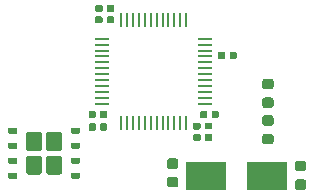
<source format=gbr>
G04 #@! TF.GenerationSoftware,KiCad,Pcbnew,5.0.2-bee76a0~70~ubuntu18.04.1*
G04 #@! TF.CreationDate,2020-06-29T01:54:23-07:00*
G04 #@! TF.ProjectId,qrng,71726e67-2e6b-4696-9361-645f70636258,1*
G04 #@! TF.SameCoordinates,Original*
G04 #@! TF.FileFunction,Paste,Top*
G04 #@! TF.FilePolarity,Positive*
%FSLAX46Y46*%
G04 Gerber Fmt 4.6, Leading zero omitted, Abs format (unit mm)*
G04 Created by KiCad (PCBNEW 5.0.2-bee76a0~70~ubuntu18.04.1) date Mon 29 Jun 2020 01:54:23 AM MST*
%MOMM*%
%LPD*%
G01*
G04 APERTURE LIST*
%ADD10C,0.100000*%
%ADD11C,0.875000*%
%ADD12C,0.500000*%
%ADD13C,1.370000*%
%ADD14C,0.590000*%
%ADD15R,0.250000X1.300000*%
%ADD16R,1.300000X0.250000*%
%ADD17R,3.500000X2.400000*%
G04 APERTURE END LIST*
D10*
G04 #@! TO.C,R5*
G36*
X150397691Y-99996053D02*
X150418926Y-99999203D01*
X150439750Y-100004419D01*
X150459962Y-100011651D01*
X150479368Y-100020830D01*
X150497781Y-100031866D01*
X150515024Y-100044654D01*
X150530930Y-100059070D01*
X150545346Y-100074976D01*
X150558134Y-100092219D01*
X150569170Y-100110632D01*
X150578349Y-100130038D01*
X150585581Y-100150250D01*
X150590797Y-100171074D01*
X150593947Y-100192309D01*
X150595000Y-100213750D01*
X150595000Y-100651250D01*
X150593947Y-100672691D01*
X150590797Y-100693926D01*
X150585581Y-100714750D01*
X150578349Y-100734962D01*
X150569170Y-100754368D01*
X150558134Y-100772781D01*
X150545346Y-100790024D01*
X150530930Y-100805930D01*
X150515024Y-100820346D01*
X150497781Y-100833134D01*
X150479368Y-100844170D01*
X150459962Y-100853349D01*
X150439750Y-100860581D01*
X150418926Y-100865797D01*
X150397691Y-100868947D01*
X150376250Y-100870000D01*
X149863750Y-100870000D01*
X149842309Y-100868947D01*
X149821074Y-100865797D01*
X149800250Y-100860581D01*
X149780038Y-100853349D01*
X149760632Y-100844170D01*
X149742219Y-100833134D01*
X149724976Y-100820346D01*
X149709070Y-100805930D01*
X149694654Y-100790024D01*
X149681866Y-100772781D01*
X149670830Y-100754368D01*
X149661651Y-100734962D01*
X149654419Y-100714750D01*
X149649203Y-100693926D01*
X149646053Y-100672691D01*
X149645000Y-100651250D01*
X149645000Y-100213750D01*
X149646053Y-100192309D01*
X149649203Y-100171074D01*
X149654419Y-100150250D01*
X149661651Y-100130038D01*
X149670830Y-100110632D01*
X149681866Y-100092219D01*
X149694654Y-100074976D01*
X149709070Y-100059070D01*
X149724976Y-100044654D01*
X149742219Y-100031866D01*
X149760632Y-100020830D01*
X149780038Y-100011651D01*
X149800250Y-100004419D01*
X149821074Y-99999203D01*
X149842309Y-99996053D01*
X149863750Y-99995000D01*
X150376250Y-99995000D01*
X150397691Y-99996053D01*
X150397691Y-99996053D01*
G37*
D11*
X150120000Y-100432500D03*
D10*
G36*
X150397691Y-101571053D02*
X150418926Y-101574203D01*
X150439750Y-101579419D01*
X150459962Y-101586651D01*
X150479368Y-101595830D01*
X150497781Y-101606866D01*
X150515024Y-101619654D01*
X150530930Y-101634070D01*
X150545346Y-101649976D01*
X150558134Y-101667219D01*
X150569170Y-101685632D01*
X150578349Y-101705038D01*
X150585581Y-101725250D01*
X150590797Y-101746074D01*
X150593947Y-101767309D01*
X150595000Y-101788750D01*
X150595000Y-102226250D01*
X150593947Y-102247691D01*
X150590797Y-102268926D01*
X150585581Y-102289750D01*
X150578349Y-102309962D01*
X150569170Y-102329368D01*
X150558134Y-102347781D01*
X150545346Y-102365024D01*
X150530930Y-102380930D01*
X150515024Y-102395346D01*
X150497781Y-102408134D01*
X150479368Y-102419170D01*
X150459962Y-102428349D01*
X150439750Y-102435581D01*
X150418926Y-102440797D01*
X150397691Y-102443947D01*
X150376250Y-102445000D01*
X149863750Y-102445000D01*
X149842309Y-102443947D01*
X149821074Y-102440797D01*
X149800250Y-102435581D01*
X149780038Y-102428349D01*
X149760632Y-102419170D01*
X149742219Y-102408134D01*
X149724976Y-102395346D01*
X149709070Y-102380930D01*
X149694654Y-102365024D01*
X149681866Y-102347781D01*
X149670830Y-102329368D01*
X149661651Y-102309962D01*
X149654419Y-102289750D01*
X149649203Y-102268926D01*
X149646053Y-102247691D01*
X149645000Y-102226250D01*
X149645000Y-101788750D01*
X149646053Y-101767309D01*
X149649203Y-101746074D01*
X149654419Y-101725250D01*
X149661651Y-101705038D01*
X149670830Y-101685632D01*
X149681866Y-101667219D01*
X149694654Y-101649976D01*
X149709070Y-101634070D01*
X149724976Y-101619654D01*
X149742219Y-101606866D01*
X149760632Y-101595830D01*
X149780038Y-101586651D01*
X149800250Y-101579419D01*
X149821074Y-101574203D01*
X149842309Y-101571053D01*
X149863750Y-101570000D01*
X150376250Y-101570000D01*
X150397691Y-101571053D01*
X150397691Y-101571053D01*
G37*
D11*
X150120000Y-102007500D03*
G04 #@! TD*
D10*
G04 #@! TO.C,R4*
G36*
X150397691Y-104661053D02*
X150418926Y-104664203D01*
X150439750Y-104669419D01*
X150459962Y-104676651D01*
X150479368Y-104685830D01*
X150497781Y-104696866D01*
X150515024Y-104709654D01*
X150530930Y-104724070D01*
X150545346Y-104739976D01*
X150558134Y-104757219D01*
X150569170Y-104775632D01*
X150578349Y-104795038D01*
X150585581Y-104815250D01*
X150590797Y-104836074D01*
X150593947Y-104857309D01*
X150595000Y-104878750D01*
X150595000Y-105316250D01*
X150593947Y-105337691D01*
X150590797Y-105358926D01*
X150585581Y-105379750D01*
X150578349Y-105399962D01*
X150569170Y-105419368D01*
X150558134Y-105437781D01*
X150545346Y-105455024D01*
X150530930Y-105470930D01*
X150515024Y-105485346D01*
X150497781Y-105498134D01*
X150479368Y-105509170D01*
X150459962Y-105518349D01*
X150439750Y-105525581D01*
X150418926Y-105530797D01*
X150397691Y-105533947D01*
X150376250Y-105535000D01*
X149863750Y-105535000D01*
X149842309Y-105533947D01*
X149821074Y-105530797D01*
X149800250Y-105525581D01*
X149780038Y-105518349D01*
X149760632Y-105509170D01*
X149742219Y-105498134D01*
X149724976Y-105485346D01*
X149709070Y-105470930D01*
X149694654Y-105455024D01*
X149681866Y-105437781D01*
X149670830Y-105419368D01*
X149661651Y-105399962D01*
X149654419Y-105379750D01*
X149649203Y-105358926D01*
X149646053Y-105337691D01*
X149645000Y-105316250D01*
X149645000Y-104878750D01*
X149646053Y-104857309D01*
X149649203Y-104836074D01*
X149654419Y-104815250D01*
X149661651Y-104795038D01*
X149670830Y-104775632D01*
X149681866Y-104757219D01*
X149694654Y-104739976D01*
X149709070Y-104724070D01*
X149724976Y-104709654D01*
X149742219Y-104696866D01*
X149760632Y-104685830D01*
X149780038Y-104676651D01*
X149800250Y-104669419D01*
X149821074Y-104664203D01*
X149842309Y-104661053D01*
X149863750Y-104660000D01*
X150376250Y-104660000D01*
X150397691Y-104661053D01*
X150397691Y-104661053D01*
G37*
D11*
X150120000Y-105097500D03*
D10*
G36*
X150397691Y-103086053D02*
X150418926Y-103089203D01*
X150439750Y-103094419D01*
X150459962Y-103101651D01*
X150479368Y-103110830D01*
X150497781Y-103121866D01*
X150515024Y-103134654D01*
X150530930Y-103149070D01*
X150545346Y-103164976D01*
X150558134Y-103182219D01*
X150569170Y-103200632D01*
X150578349Y-103220038D01*
X150585581Y-103240250D01*
X150590797Y-103261074D01*
X150593947Y-103282309D01*
X150595000Y-103303750D01*
X150595000Y-103741250D01*
X150593947Y-103762691D01*
X150590797Y-103783926D01*
X150585581Y-103804750D01*
X150578349Y-103824962D01*
X150569170Y-103844368D01*
X150558134Y-103862781D01*
X150545346Y-103880024D01*
X150530930Y-103895930D01*
X150515024Y-103910346D01*
X150497781Y-103923134D01*
X150479368Y-103934170D01*
X150459962Y-103943349D01*
X150439750Y-103950581D01*
X150418926Y-103955797D01*
X150397691Y-103958947D01*
X150376250Y-103960000D01*
X149863750Y-103960000D01*
X149842309Y-103958947D01*
X149821074Y-103955797D01*
X149800250Y-103950581D01*
X149780038Y-103943349D01*
X149760632Y-103934170D01*
X149742219Y-103923134D01*
X149724976Y-103910346D01*
X149709070Y-103895930D01*
X149694654Y-103880024D01*
X149681866Y-103862781D01*
X149670830Y-103844368D01*
X149661651Y-103824962D01*
X149654419Y-103804750D01*
X149649203Y-103783926D01*
X149646053Y-103762691D01*
X149645000Y-103741250D01*
X149645000Y-103303750D01*
X149646053Y-103282309D01*
X149649203Y-103261074D01*
X149654419Y-103240250D01*
X149661651Y-103220038D01*
X149670830Y-103200632D01*
X149681866Y-103182219D01*
X149694654Y-103164976D01*
X149709070Y-103149070D01*
X149724976Y-103134654D01*
X149742219Y-103121866D01*
X149760632Y-103110830D01*
X149780038Y-103101651D01*
X149800250Y-103094419D01*
X149821074Y-103089203D01*
X149842309Y-103086053D01*
X149863750Y-103085000D01*
X150376250Y-103085000D01*
X150397691Y-103086053D01*
X150397691Y-103086053D01*
G37*
D11*
X150120000Y-103522500D03*
G04 #@! TD*
D10*
G04 #@! TO.C,U3*
G36*
X128782252Y-107945602D02*
X128794386Y-107947402D01*
X128806286Y-107950382D01*
X128817835Y-107954515D01*
X128828925Y-107959760D01*
X128839446Y-107966066D01*
X128849299Y-107973374D01*
X128858388Y-107981612D01*
X128866626Y-107990701D01*
X128873934Y-108000554D01*
X128880240Y-108011075D01*
X128885485Y-108022165D01*
X128889618Y-108033714D01*
X128892598Y-108045614D01*
X128894398Y-108057748D01*
X128895000Y-108070000D01*
X128895000Y-108320000D01*
X128894398Y-108332252D01*
X128892598Y-108344386D01*
X128889618Y-108356286D01*
X128885485Y-108367835D01*
X128880240Y-108378925D01*
X128873934Y-108389446D01*
X128866626Y-108399299D01*
X128858388Y-108408388D01*
X128849299Y-108416626D01*
X128839446Y-108423934D01*
X128828925Y-108430240D01*
X128817835Y-108435485D01*
X128806286Y-108439618D01*
X128794386Y-108442598D01*
X128782252Y-108444398D01*
X128770000Y-108445000D01*
X128245000Y-108445000D01*
X128232748Y-108444398D01*
X128220614Y-108442598D01*
X128208714Y-108439618D01*
X128197165Y-108435485D01*
X128186075Y-108430240D01*
X128175554Y-108423934D01*
X128165701Y-108416626D01*
X128156612Y-108408388D01*
X128148374Y-108399299D01*
X128141066Y-108389446D01*
X128134760Y-108378925D01*
X128129515Y-108367835D01*
X128125382Y-108356286D01*
X128122402Y-108344386D01*
X128120602Y-108332252D01*
X128120000Y-108320000D01*
X128120000Y-108070000D01*
X128120602Y-108057748D01*
X128122402Y-108045614D01*
X128125382Y-108033714D01*
X128129515Y-108022165D01*
X128134760Y-108011075D01*
X128141066Y-108000554D01*
X128148374Y-107990701D01*
X128156612Y-107981612D01*
X128165701Y-107973374D01*
X128175554Y-107966066D01*
X128186075Y-107959760D01*
X128197165Y-107954515D01*
X128208714Y-107950382D01*
X128220614Y-107947402D01*
X128232748Y-107945602D01*
X128245000Y-107945000D01*
X128770000Y-107945000D01*
X128782252Y-107945602D01*
X128782252Y-107945602D01*
G37*
D12*
X128507500Y-108195000D03*
D10*
G36*
X128782252Y-106675602D02*
X128794386Y-106677402D01*
X128806286Y-106680382D01*
X128817835Y-106684515D01*
X128828925Y-106689760D01*
X128839446Y-106696066D01*
X128849299Y-106703374D01*
X128858388Y-106711612D01*
X128866626Y-106720701D01*
X128873934Y-106730554D01*
X128880240Y-106741075D01*
X128885485Y-106752165D01*
X128889618Y-106763714D01*
X128892598Y-106775614D01*
X128894398Y-106787748D01*
X128895000Y-106800000D01*
X128895000Y-107050000D01*
X128894398Y-107062252D01*
X128892598Y-107074386D01*
X128889618Y-107086286D01*
X128885485Y-107097835D01*
X128880240Y-107108925D01*
X128873934Y-107119446D01*
X128866626Y-107129299D01*
X128858388Y-107138388D01*
X128849299Y-107146626D01*
X128839446Y-107153934D01*
X128828925Y-107160240D01*
X128817835Y-107165485D01*
X128806286Y-107169618D01*
X128794386Y-107172598D01*
X128782252Y-107174398D01*
X128770000Y-107175000D01*
X128245000Y-107175000D01*
X128232748Y-107174398D01*
X128220614Y-107172598D01*
X128208714Y-107169618D01*
X128197165Y-107165485D01*
X128186075Y-107160240D01*
X128175554Y-107153934D01*
X128165701Y-107146626D01*
X128156612Y-107138388D01*
X128148374Y-107129299D01*
X128141066Y-107119446D01*
X128134760Y-107108925D01*
X128129515Y-107097835D01*
X128125382Y-107086286D01*
X128122402Y-107074386D01*
X128120602Y-107062252D01*
X128120000Y-107050000D01*
X128120000Y-106800000D01*
X128120602Y-106787748D01*
X128122402Y-106775614D01*
X128125382Y-106763714D01*
X128129515Y-106752165D01*
X128134760Y-106741075D01*
X128141066Y-106730554D01*
X128148374Y-106720701D01*
X128156612Y-106711612D01*
X128165701Y-106703374D01*
X128175554Y-106696066D01*
X128186075Y-106689760D01*
X128197165Y-106684515D01*
X128208714Y-106680382D01*
X128220614Y-106677402D01*
X128232748Y-106675602D01*
X128245000Y-106675000D01*
X128770000Y-106675000D01*
X128782252Y-106675602D01*
X128782252Y-106675602D01*
G37*
D12*
X128507500Y-106925000D03*
D10*
G36*
X128782252Y-105405602D02*
X128794386Y-105407402D01*
X128806286Y-105410382D01*
X128817835Y-105414515D01*
X128828925Y-105419760D01*
X128839446Y-105426066D01*
X128849299Y-105433374D01*
X128858388Y-105441612D01*
X128866626Y-105450701D01*
X128873934Y-105460554D01*
X128880240Y-105471075D01*
X128885485Y-105482165D01*
X128889618Y-105493714D01*
X128892598Y-105505614D01*
X128894398Y-105517748D01*
X128895000Y-105530000D01*
X128895000Y-105780000D01*
X128894398Y-105792252D01*
X128892598Y-105804386D01*
X128889618Y-105816286D01*
X128885485Y-105827835D01*
X128880240Y-105838925D01*
X128873934Y-105849446D01*
X128866626Y-105859299D01*
X128858388Y-105868388D01*
X128849299Y-105876626D01*
X128839446Y-105883934D01*
X128828925Y-105890240D01*
X128817835Y-105895485D01*
X128806286Y-105899618D01*
X128794386Y-105902598D01*
X128782252Y-105904398D01*
X128770000Y-105905000D01*
X128245000Y-105905000D01*
X128232748Y-105904398D01*
X128220614Y-105902598D01*
X128208714Y-105899618D01*
X128197165Y-105895485D01*
X128186075Y-105890240D01*
X128175554Y-105883934D01*
X128165701Y-105876626D01*
X128156612Y-105868388D01*
X128148374Y-105859299D01*
X128141066Y-105849446D01*
X128134760Y-105838925D01*
X128129515Y-105827835D01*
X128125382Y-105816286D01*
X128122402Y-105804386D01*
X128120602Y-105792252D01*
X128120000Y-105780000D01*
X128120000Y-105530000D01*
X128120602Y-105517748D01*
X128122402Y-105505614D01*
X128125382Y-105493714D01*
X128129515Y-105482165D01*
X128134760Y-105471075D01*
X128141066Y-105460554D01*
X128148374Y-105450701D01*
X128156612Y-105441612D01*
X128165701Y-105433374D01*
X128175554Y-105426066D01*
X128186075Y-105419760D01*
X128197165Y-105414515D01*
X128208714Y-105410382D01*
X128220614Y-105407402D01*
X128232748Y-105405602D01*
X128245000Y-105405000D01*
X128770000Y-105405000D01*
X128782252Y-105405602D01*
X128782252Y-105405602D01*
G37*
D12*
X128507500Y-105655000D03*
D10*
G36*
X128782252Y-104135602D02*
X128794386Y-104137402D01*
X128806286Y-104140382D01*
X128817835Y-104144515D01*
X128828925Y-104149760D01*
X128839446Y-104156066D01*
X128849299Y-104163374D01*
X128858388Y-104171612D01*
X128866626Y-104180701D01*
X128873934Y-104190554D01*
X128880240Y-104201075D01*
X128885485Y-104212165D01*
X128889618Y-104223714D01*
X128892598Y-104235614D01*
X128894398Y-104247748D01*
X128895000Y-104260000D01*
X128895000Y-104510000D01*
X128894398Y-104522252D01*
X128892598Y-104534386D01*
X128889618Y-104546286D01*
X128885485Y-104557835D01*
X128880240Y-104568925D01*
X128873934Y-104579446D01*
X128866626Y-104589299D01*
X128858388Y-104598388D01*
X128849299Y-104606626D01*
X128839446Y-104613934D01*
X128828925Y-104620240D01*
X128817835Y-104625485D01*
X128806286Y-104629618D01*
X128794386Y-104632598D01*
X128782252Y-104634398D01*
X128770000Y-104635000D01*
X128245000Y-104635000D01*
X128232748Y-104634398D01*
X128220614Y-104632598D01*
X128208714Y-104629618D01*
X128197165Y-104625485D01*
X128186075Y-104620240D01*
X128175554Y-104613934D01*
X128165701Y-104606626D01*
X128156612Y-104598388D01*
X128148374Y-104589299D01*
X128141066Y-104579446D01*
X128134760Y-104568925D01*
X128129515Y-104557835D01*
X128125382Y-104546286D01*
X128122402Y-104534386D01*
X128120602Y-104522252D01*
X128120000Y-104510000D01*
X128120000Y-104260000D01*
X128120602Y-104247748D01*
X128122402Y-104235614D01*
X128125382Y-104223714D01*
X128129515Y-104212165D01*
X128134760Y-104201075D01*
X128141066Y-104190554D01*
X128148374Y-104180701D01*
X128156612Y-104171612D01*
X128165701Y-104163374D01*
X128175554Y-104156066D01*
X128186075Y-104149760D01*
X128197165Y-104144515D01*
X128208714Y-104140382D01*
X128220614Y-104137402D01*
X128232748Y-104135602D01*
X128245000Y-104135000D01*
X128770000Y-104135000D01*
X128782252Y-104135602D01*
X128782252Y-104135602D01*
G37*
D12*
X128507500Y-104385000D03*
D10*
G36*
X134107252Y-104135602D02*
X134119386Y-104137402D01*
X134131286Y-104140382D01*
X134142835Y-104144515D01*
X134153925Y-104149760D01*
X134164446Y-104156066D01*
X134174299Y-104163374D01*
X134183388Y-104171612D01*
X134191626Y-104180701D01*
X134198934Y-104190554D01*
X134205240Y-104201075D01*
X134210485Y-104212165D01*
X134214618Y-104223714D01*
X134217598Y-104235614D01*
X134219398Y-104247748D01*
X134220000Y-104260000D01*
X134220000Y-104510000D01*
X134219398Y-104522252D01*
X134217598Y-104534386D01*
X134214618Y-104546286D01*
X134210485Y-104557835D01*
X134205240Y-104568925D01*
X134198934Y-104579446D01*
X134191626Y-104589299D01*
X134183388Y-104598388D01*
X134174299Y-104606626D01*
X134164446Y-104613934D01*
X134153925Y-104620240D01*
X134142835Y-104625485D01*
X134131286Y-104629618D01*
X134119386Y-104632598D01*
X134107252Y-104634398D01*
X134095000Y-104635000D01*
X133570000Y-104635000D01*
X133557748Y-104634398D01*
X133545614Y-104632598D01*
X133533714Y-104629618D01*
X133522165Y-104625485D01*
X133511075Y-104620240D01*
X133500554Y-104613934D01*
X133490701Y-104606626D01*
X133481612Y-104598388D01*
X133473374Y-104589299D01*
X133466066Y-104579446D01*
X133459760Y-104568925D01*
X133454515Y-104557835D01*
X133450382Y-104546286D01*
X133447402Y-104534386D01*
X133445602Y-104522252D01*
X133445000Y-104510000D01*
X133445000Y-104260000D01*
X133445602Y-104247748D01*
X133447402Y-104235614D01*
X133450382Y-104223714D01*
X133454515Y-104212165D01*
X133459760Y-104201075D01*
X133466066Y-104190554D01*
X133473374Y-104180701D01*
X133481612Y-104171612D01*
X133490701Y-104163374D01*
X133500554Y-104156066D01*
X133511075Y-104149760D01*
X133522165Y-104144515D01*
X133533714Y-104140382D01*
X133545614Y-104137402D01*
X133557748Y-104135602D01*
X133570000Y-104135000D01*
X134095000Y-104135000D01*
X134107252Y-104135602D01*
X134107252Y-104135602D01*
G37*
D12*
X133832500Y-104385000D03*
D10*
G36*
X134107252Y-105405602D02*
X134119386Y-105407402D01*
X134131286Y-105410382D01*
X134142835Y-105414515D01*
X134153925Y-105419760D01*
X134164446Y-105426066D01*
X134174299Y-105433374D01*
X134183388Y-105441612D01*
X134191626Y-105450701D01*
X134198934Y-105460554D01*
X134205240Y-105471075D01*
X134210485Y-105482165D01*
X134214618Y-105493714D01*
X134217598Y-105505614D01*
X134219398Y-105517748D01*
X134220000Y-105530000D01*
X134220000Y-105780000D01*
X134219398Y-105792252D01*
X134217598Y-105804386D01*
X134214618Y-105816286D01*
X134210485Y-105827835D01*
X134205240Y-105838925D01*
X134198934Y-105849446D01*
X134191626Y-105859299D01*
X134183388Y-105868388D01*
X134174299Y-105876626D01*
X134164446Y-105883934D01*
X134153925Y-105890240D01*
X134142835Y-105895485D01*
X134131286Y-105899618D01*
X134119386Y-105902598D01*
X134107252Y-105904398D01*
X134095000Y-105905000D01*
X133570000Y-105905000D01*
X133557748Y-105904398D01*
X133545614Y-105902598D01*
X133533714Y-105899618D01*
X133522165Y-105895485D01*
X133511075Y-105890240D01*
X133500554Y-105883934D01*
X133490701Y-105876626D01*
X133481612Y-105868388D01*
X133473374Y-105859299D01*
X133466066Y-105849446D01*
X133459760Y-105838925D01*
X133454515Y-105827835D01*
X133450382Y-105816286D01*
X133447402Y-105804386D01*
X133445602Y-105792252D01*
X133445000Y-105780000D01*
X133445000Y-105530000D01*
X133445602Y-105517748D01*
X133447402Y-105505614D01*
X133450382Y-105493714D01*
X133454515Y-105482165D01*
X133459760Y-105471075D01*
X133466066Y-105460554D01*
X133473374Y-105450701D01*
X133481612Y-105441612D01*
X133490701Y-105433374D01*
X133500554Y-105426066D01*
X133511075Y-105419760D01*
X133522165Y-105414515D01*
X133533714Y-105410382D01*
X133545614Y-105407402D01*
X133557748Y-105405602D01*
X133570000Y-105405000D01*
X134095000Y-105405000D01*
X134107252Y-105405602D01*
X134107252Y-105405602D01*
G37*
D12*
X133832500Y-105655000D03*
D10*
G36*
X134107252Y-106675602D02*
X134119386Y-106677402D01*
X134131286Y-106680382D01*
X134142835Y-106684515D01*
X134153925Y-106689760D01*
X134164446Y-106696066D01*
X134174299Y-106703374D01*
X134183388Y-106711612D01*
X134191626Y-106720701D01*
X134198934Y-106730554D01*
X134205240Y-106741075D01*
X134210485Y-106752165D01*
X134214618Y-106763714D01*
X134217598Y-106775614D01*
X134219398Y-106787748D01*
X134220000Y-106800000D01*
X134220000Y-107050000D01*
X134219398Y-107062252D01*
X134217598Y-107074386D01*
X134214618Y-107086286D01*
X134210485Y-107097835D01*
X134205240Y-107108925D01*
X134198934Y-107119446D01*
X134191626Y-107129299D01*
X134183388Y-107138388D01*
X134174299Y-107146626D01*
X134164446Y-107153934D01*
X134153925Y-107160240D01*
X134142835Y-107165485D01*
X134131286Y-107169618D01*
X134119386Y-107172598D01*
X134107252Y-107174398D01*
X134095000Y-107175000D01*
X133570000Y-107175000D01*
X133557748Y-107174398D01*
X133545614Y-107172598D01*
X133533714Y-107169618D01*
X133522165Y-107165485D01*
X133511075Y-107160240D01*
X133500554Y-107153934D01*
X133490701Y-107146626D01*
X133481612Y-107138388D01*
X133473374Y-107129299D01*
X133466066Y-107119446D01*
X133459760Y-107108925D01*
X133454515Y-107097835D01*
X133450382Y-107086286D01*
X133447402Y-107074386D01*
X133445602Y-107062252D01*
X133445000Y-107050000D01*
X133445000Y-106800000D01*
X133445602Y-106787748D01*
X133447402Y-106775614D01*
X133450382Y-106763714D01*
X133454515Y-106752165D01*
X133459760Y-106741075D01*
X133466066Y-106730554D01*
X133473374Y-106720701D01*
X133481612Y-106711612D01*
X133490701Y-106703374D01*
X133500554Y-106696066D01*
X133511075Y-106689760D01*
X133522165Y-106684515D01*
X133533714Y-106680382D01*
X133545614Y-106677402D01*
X133557748Y-106675602D01*
X133570000Y-106675000D01*
X134095000Y-106675000D01*
X134107252Y-106675602D01*
X134107252Y-106675602D01*
G37*
D12*
X133832500Y-106925000D03*
D10*
G36*
X134107252Y-107945602D02*
X134119386Y-107947402D01*
X134131286Y-107950382D01*
X134142835Y-107954515D01*
X134153925Y-107959760D01*
X134164446Y-107966066D01*
X134174299Y-107973374D01*
X134183388Y-107981612D01*
X134191626Y-107990701D01*
X134198934Y-108000554D01*
X134205240Y-108011075D01*
X134210485Y-108022165D01*
X134214618Y-108033714D01*
X134217598Y-108045614D01*
X134219398Y-108057748D01*
X134220000Y-108070000D01*
X134220000Y-108320000D01*
X134219398Y-108332252D01*
X134217598Y-108344386D01*
X134214618Y-108356286D01*
X134210485Y-108367835D01*
X134205240Y-108378925D01*
X134198934Y-108389446D01*
X134191626Y-108399299D01*
X134183388Y-108408388D01*
X134174299Y-108416626D01*
X134164446Y-108423934D01*
X134153925Y-108430240D01*
X134142835Y-108435485D01*
X134131286Y-108439618D01*
X134119386Y-108442598D01*
X134107252Y-108444398D01*
X134095000Y-108445000D01*
X133570000Y-108445000D01*
X133557748Y-108444398D01*
X133545614Y-108442598D01*
X133533714Y-108439618D01*
X133522165Y-108435485D01*
X133511075Y-108430240D01*
X133500554Y-108423934D01*
X133490701Y-108416626D01*
X133481612Y-108408388D01*
X133473374Y-108399299D01*
X133466066Y-108389446D01*
X133459760Y-108378925D01*
X133454515Y-108367835D01*
X133450382Y-108356286D01*
X133447402Y-108344386D01*
X133445602Y-108332252D01*
X133445000Y-108320000D01*
X133445000Y-108070000D01*
X133445602Y-108057748D01*
X133447402Y-108045614D01*
X133450382Y-108033714D01*
X133454515Y-108022165D01*
X133459760Y-108011075D01*
X133466066Y-108000554D01*
X133473374Y-107990701D01*
X133481612Y-107981612D01*
X133490701Y-107973374D01*
X133500554Y-107966066D01*
X133511075Y-107959760D01*
X133522165Y-107954515D01*
X133533714Y-107950382D01*
X133545614Y-107947402D01*
X133557748Y-107945602D01*
X133570000Y-107945000D01*
X134095000Y-107945000D01*
X134107252Y-107945602D01*
X134107252Y-107945602D01*
G37*
D12*
X133832500Y-108195000D03*
D10*
G36*
X130779504Y-104486204D02*
X130803773Y-104489804D01*
X130827571Y-104495765D01*
X130850671Y-104504030D01*
X130872849Y-104514520D01*
X130893893Y-104527133D01*
X130913598Y-104541747D01*
X130931777Y-104558223D01*
X130948253Y-104576402D01*
X130962867Y-104596107D01*
X130975480Y-104617151D01*
X130985970Y-104639329D01*
X130994235Y-104662429D01*
X131000196Y-104686227D01*
X131003796Y-104710496D01*
X131005000Y-104735000D01*
X131005000Y-105845000D01*
X131003796Y-105869504D01*
X131000196Y-105893773D01*
X130994235Y-105917571D01*
X130985970Y-105940671D01*
X130975480Y-105962849D01*
X130962867Y-105983893D01*
X130948253Y-106003598D01*
X130931777Y-106021777D01*
X130913598Y-106038253D01*
X130893893Y-106052867D01*
X130872849Y-106065480D01*
X130850671Y-106075970D01*
X130827571Y-106084235D01*
X130803773Y-106090196D01*
X130779504Y-106093796D01*
X130755000Y-106095000D01*
X129885000Y-106095000D01*
X129860496Y-106093796D01*
X129836227Y-106090196D01*
X129812429Y-106084235D01*
X129789329Y-106075970D01*
X129767151Y-106065480D01*
X129746107Y-106052867D01*
X129726402Y-106038253D01*
X129708223Y-106021777D01*
X129691747Y-106003598D01*
X129677133Y-105983893D01*
X129664520Y-105962849D01*
X129654030Y-105940671D01*
X129645765Y-105917571D01*
X129639804Y-105893773D01*
X129636204Y-105869504D01*
X129635000Y-105845000D01*
X129635000Y-104735000D01*
X129636204Y-104710496D01*
X129639804Y-104686227D01*
X129645765Y-104662429D01*
X129654030Y-104639329D01*
X129664520Y-104617151D01*
X129677133Y-104596107D01*
X129691747Y-104576402D01*
X129708223Y-104558223D01*
X129726402Y-104541747D01*
X129746107Y-104527133D01*
X129767151Y-104514520D01*
X129789329Y-104504030D01*
X129812429Y-104495765D01*
X129836227Y-104489804D01*
X129860496Y-104486204D01*
X129885000Y-104485000D01*
X130755000Y-104485000D01*
X130779504Y-104486204D01*
X130779504Y-104486204D01*
G37*
D13*
X130320000Y-105290000D03*
D10*
G36*
X130779504Y-106486204D02*
X130803773Y-106489804D01*
X130827571Y-106495765D01*
X130850671Y-106504030D01*
X130872849Y-106514520D01*
X130893893Y-106527133D01*
X130913598Y-106541747D01*
X130931777Y-106558223D01*
X130948253Y-106576402D01*
X130962867Y-106596107D01*
X130975480Y-106617151D01*
X130985970Y-106639329D01*
X130994235Y-106662429D01*
X131000196Y-106686227D01*
X131003796Y-106710496D01*
X131005000Y-106735000D01*
X131005000Y-107845000D01*
X131003796Y-107869504D01*
X131000196Y-107893773D01*
X130994235Y-107917571D01*
X130985970Y-107940671D01*
X130975480Y-107962849D01*
X130962867Y-107983893D01*
X130948253Y-108003598D01*
X130931777Y-108021777D01*
X130913598Y-108038253D01*
X130893893Y-108052867D01*
X130872849Y-108065480D01*
X130850671Y-108075970D01*
X130827571Y-108084235D01*
X130803773Y-108090196D01*
X130779504Y-108093796D01*
X130755000Y-108095000D01*
X129885000Y-108095000D01*
X129860496Y-108093796D01*
X129836227Y-108090196D01*
X129812429Y-108084235D01*
X129789329Y-108075970D01*
X129767151Y-108065480D01*
X129746107Y-108052867D01*
X129726402Y-108038253D01*
X129708223Y-108021777D01*
X129691747Y-108003598D01*
X129677133Y-107983893D01*
X129664520Y-107962849D01*
X129654030Y-107940671D01*
X129645765Y-107917571D01*
X129639804Y-107893773D01*
X129636204Y-107869504D01*
X129635000Y-107845000D01*
X129635000Y-106735000D01*
X129636204Y-106710496D01*
X129639804Y-106686227D01*
X129645765Y-106662429D01*
X129654030Y-106639329D01*
X129664520Y-106617151D01*
X129677133Y-106596107D01*
X129691747Y-106576402D01*
X129708223Y-106558223D01*
X129726402Y-106541747D01*
X129746107Y-106527133D01*
X129767151Y-106514520D01*
X129789329Y-106504030D01*
X129812429Y-106495765D01*
X129836227Y-106489804D01*
X129860496Y-106486204D01*
X129885000Y-106485000D01*
X130755000Y-106485000D01*
X130779504Y-106486204D01*
X130779504Y-106486204D01*
G37*
D13*
X130320000Y-107290000D03*
D10*
G36*
X132479504Y-104486204D02*
X132503773Y-104489804D01*
X132527571Y-104495765D01*
X132550671Y-104504030D01*
X132572849Y-104514520D01*
X132593893Y-104527133D01*
X132613598Y-104541747D01*
X132631777Y-104558223D01*
X132648253Y-104576402D01*
X132662867Y-104596107D01*
X132675480Y-104617151D01*
X132685970Y-104639329D01*
X132694235Y-104662429D01*
X132700196Y-104686227D01*
X132703796Y-104710496D01*
X132705000Y-104735000D01*
X132705000Y-105845000D01*
X132703796Y-105869504D01*
X132700196Y-105893773D01*
X132694235Y-105917571D01*
X132685970Y-105940671D01*
X132675480Y-105962849D01*
X132662867Y-105983893D01*
X132648253Y-106003598D01*
X132631777Y-106021777D01*
X132613598Y-106038253D01*
X132593893Y-106052867D01*
X132572849Y-106065480D01*
X132550671Y-106075970D01*
X132527571Y-106084235D01*
X132503773Y-106090196D01*
X132479504Y-106093796D01*
X132455000Y-106095000D01*
X131585000Y-106095000D01*
X131560496Y-106093796D01*
X131536227Y-106090196D01*
X131512429Y-106084235D01*
X131489329Y-106075970D01*
X131467151Y-106065480D01*
X131446107Y-106052867D01*
X131426402Y-106038253D01*
X131408223Y-106021777D01*
X131391747Y-106003598D01*
X131377133Y-105983893D01*
X131364520Y-105962849D01*
X131354030Y-105940671D01*
X131345765Y-105917571D01*
X131339804Y-105893773D01*
X131336204Y-105869504D01*
X131335000Y-105845000D01*
X131335000Y-104735000D01*
X131336204Y-104710496D01*
X131339804Y-104686227D01*
X131345765Y-104662429D01*
X131354030Y-104639329D01*
X131364520Y-104617151D01*
X131377133Y-104596107D01*
X131391747Y-104576402D01*
X131408223Y-104558223D01*
X131426402Y-104541747D01*
X131446107Y-104527133D01*
X131467151Y-104514520D01*
X131489329Y-104504030D01*
X131512429Y-104495765D01*
X131536227Y-104489804D01*
X131560496Y-104486204D01*
X131585000Y-104485000D01*
X132455000Y-104485000D01*
X132479504Y-104486204D01*
X132479504Y-104486204D01*
G37*
D13*
X132020000Y-105290000D03*
D10*
G36*
X132479504Y-106486204D02*
X132503773Y-106489804D01*
X132527571Y-106495765D01*
X132550671Y-106504030D01*
X132572849Y-106514520D01*
X132593893Y-106527133D01*
X132613598Y-106541747D01*
X132631777Y-106558223D01*
X132648253Y-106576402D01*
X132662867Y-106596107D01*
X132675480Y-106617151D01*
X132685970Y-106639329D01*
X132694235Y-106662429D01*
X132700196Y-106686227D01*
X132703796Y-106710496D01*
X132705000Y-106735000D01*
X132705000Y-107845000D01*
X132703796Y-107869504D01*
X132700196Y-107893773D01*
X132694235Y-107917571D01*
X132685970Y-107940671D01*
X132675480Y-107962849D01*
X132662867Y-107983893D01*
X132648253Y-108003598D01*
X132631777Y-108021777D01*
X132613598Y-108038253D01*
X132593893Y-108052867D01*
X132572849Y-108065480D01*
X132550671Y-108075970D01*
X132527571Y-108084235D01*
X132503773Y-108090196D01*
X132479504Y-108093796D01*
X132455000Y-108095000D01*
X131585000Y-108095000D01*
X131560496Y-108093796D01*
X131536227Y-108090196D01*
X131512429Y-108084235D01*
X131489329Y-108075970D01*
X131467151Y-108065480D01*
X131446107Y-108052867D01*
X131426402Y-108038253D01*
X131408223Y-108021777D01*
X131391747Y-108003598D01*
X131377133Y-107983893D01*
X131364520Y-107962849D01*
X131354030Y-107940671D01*
X131345765Y-107917571D01*
X131339804Y-107893773D01*
X131336204Y-107869504D01*
X131335000Y-107845000D01*
X131335000Y-106735000D01*
X131336204Y-106710496D01*
X131339804Y-106686227D01*
X131345765Y-106662429D01*
X131354030Y-106639329D01*
X131364520Y-106617151D01*
X131377133Y-106596107D01*
X131391747Y-106576402D01*
X131408223Y-106558223D01*
X131426402Y-106541747D01*
X131446107Y-106527133D01*
X131467151Y-106514520D01*
X131489329Y-106504030D01*
X131512429Y-106495765D01*
X131536227Y-106489804D01*
X131560496Y-106486204D01*
X131585000Y-106485000D01*
X132455000Y-106485000D01*
X132479504Y-106486204D01*
X132479504Y-106486204D01*
G37*
D13*
X132020000Y-107290000D03*
G04 #@! TD*
D10*
G04 #@! TO.C,C1*
G36*
X144286958Y-103695710D02*
X144301276Y-103697834D01*
X144315317Y-103701351D01*
X144328946Y-103706228D01*
X144342031Y-103712417D01*
X144354447Y-103719858D01*
X144366073Y-103728481D01*
X144376798Y-103738202D01*
X144386519Y-103748927D01*
X144395142Y-103760553D01*
X144402583Y-103772969D01*
X144408772Y-103786054D01*
X144413649Y-103799683D01*
X144417166Y-103813724D01*
X144419290Y-103828042D01*
X144420000Y-103842500D01*
X144420000Y-104137500D01*
X144419290Y-104151958D01*
X144417166Y-104166276D01*
X144413649Y-104180317D01*
X144408772Y-104193946D01*
X144402583Y-104207031D01*
X144395142Y-104219447D01*
X144386519Y-104231073D01*
X144376798Y-104241798D01*
X144366073Y-104251519D01*
X144354447Y-104260142D01*
X144342031Y-104267583D01*
X144328946Y-104273772D01*
X144315317Y-104278649D01*
X144301276Y-104282166D01*
X144286958Y-104284290D01*
X144272500Y-104285000D01*
X143927500Y-104285000D01*
X143913042Y-104284290D01*
X143898724Y-104282166D01*
X143884683Y-104278649D01*
X143871054Y-104273772D01*
X143857969Y-104267583D01*
X143845553Y-104260142D01*
X143833927Y-104251519D01*
X143823202Y-104241798D01*
X143813481Y-104231073D01*
X143804858Y-104219447D01*
X143797417Y-104207031D01*
X143791228Y-104193946D01*
X143786351Y-104180317D01*
X143782834Y-104166276D01*
X143780710Y-104151958D01*
X143780000Y-104137500D01*
X143780000Y-103842500D01*
X143780710Y-103828042D01*
X143782834Y-103813724D01*
X143786351Y-103799683D01*
X143791228Y-103786054D01*
X143797417Y-103772969D01*
X143804858Y-103760553D01*
X143813481Y-103748927D01*
X143823202Y-103738202D01*
X143833927Y-103728481D01*
X143845553Y-103719858D01*
X143857969Y-103712417D01*
X143871054Y-103706228D01*
X143884683Y-103701351D01*
X143898724Y-103697834D01*
X143913042Y-103695710D01*
X143927500Y-103695000D01*
X144272500Y-103695000D01*
X144286958Y-103695710D01*
X144286958Y-103695710D01*
G37*
D14*
X144100000Y-103990000D03*
D10*
G36*
X144286958Y-104665710D02*
X144301276Y-104667834D01*
X144315317Y-104671351D01*
X144328946Y-104676228D01*
X144342031Y-104682417D01*
X144354447Y-104689858D01*
X144366073Y-104698481D01*
X144376798Y-104708202D01*
X144386519Y-104718927D01*
X144395142Y-104730553D01*
X144402583Y-104742969D01*
X144408772Y-104756054D01*
X144413649Y-104769683D01*
X144417166Y-104783724D01*
X144419290Y-104798042D01*
X144420000Y-104812500D01*
X144420000Y-105107500D01*
X144419290Y-105121958D01*
X144417166Y-105136276D01*
X144413649Y-105150317D01*
X144408772Y-105163946D01*
X144402583Y-105177031D01*
X144395142Y-105189447D01*
X144386519Y-105201073D01*
X144376798Y-105211798D01*
X144366073Y-105221519D01*
X144354447Y-105230142D01*
X144342031Y-105237583D01*
X144328946Y-105243772D01*
X144315317Y-105248649D01*
X144301276Y-105252166D01*
X144286958Y-105254290D01*
X144272500Y-105255000D01*
X143927500Y-105255000D01*
X143913042Y-105254290D01*
X143898724Y-105252166D01*
X143884683Y-105248649D01*
X143871054Y-105243772D01*
X143857969Y-105237583D01*
X143845553Y-105230142D01*
X143833927Y-105221519D01*
X143823202Y-105211798D01*
X143813481Y-105201073D01*
X143804858Y-105189447D01*
X143797417Y-105177031D01*
X143791228Y-105163946D01*
X143786351Y-105150317D01*
X143782834Y-105136276D01*
X143780710Y-105121958D01*
X143780000Y-105107500D01*
X143780000Y-104812500D01*
X143780710Y-104798042D01*
X143782834Y-104783724D01*
X143786351Y-104769683D01*
X143791228Y-104756054D01*
X143797417Y-104742969D01*
X143804858Y-104730553D01*
X143813481Y-104718927D01*
X143823202Y-104708202D01*
X143833927Y-104698481D01*
X143845553Y-104689858D01*
X143857969Y-104682417D01*
X143871054Y-104676228D01*
X143884683Y-104671351D01*
X143898724Y-104667834D01*
X143913042Y-104665710D01*
X143927500Y-104665000D01*
X144272500Y-104665000D01*
X144286958Y-104665710D01*
X144286958Y-104665710D01*
G37*
D14*
X144100000Y-104960000D03*
G04 #@! TD*
D10*
G04 #@! TO.C,C2*
G36*
X145286958Y-104660710D02*
X145301276Y-104662834D01*
X145315317Y-104666351D01*
X145328946Y-104671228D01*
X145342031Y-104677417D01*
X145354447Y-104684858D01*
X145366073Y-104693481D01*
X145376798Y-104703202D01*
X145386519Y-104713927D01*
X145395142Y-104725553D01*
X145402583Y-104737969D01*
X145408772Y-104751054D01*
X145413649Y-104764683D01*
X145417166Y-104778724D01*
X145419290Y-104793042D01*
X145420000Y-104807500D01*
X145420000Y-105102500D01*
X145419290Y-105116958D01*
X145417166Y-105131276D01*
X145413649Y-105145317D01*
X145408772Y-105158946D01*
X145402583Y-105172031D01*
X145395142Y-105184447D01*
X145386519Y-105196073D01*
X145376798Y-105206798D01*
X145366073Y-105216519D01*
X145354447Y-105225142D01*
X145342031Y-105232583D01*
X145328946Y-105238772D01*
X145315317Y-105243649D01*
X145301276Y-105247166D01*
X145286958Y-105249290D01*
X145272500Y-105250000D01*
X144927500Y-105250000D01*
X144913042Y-105249290D01*
X144898724Y-105247166D01*
X144884683Y-105243649D01*
X144871054Y-105238772D01*
X144857969Y-105232583D01*
X144845553Y-105225142D01*
X144833927Y-105216519D01*
X144823202Y-105206798D01*
X144813481Y-105196073D01*
X144804858Y-105184447D01*
X144797417Y-105172031D01*
X144791228Y-105158946D01*
X144786351Y-105145317D01*
X144782834Y-105131276D01*
X144780710Y-105116958D01*
X144780000Y-105102500D01*
X144780000Y-104807500D01*
X144780710Y-104793042D01*
X144782834Y-104778724D01*
X144786351Y-104764683D01*
X144791228Y-104751054D01*
X144797417Y-104737969D01*
X144804858Y-104725553D01*
X144813481Y-104713927D01*
X144823202Y-104703202D01*
X144833927Y-104693481D01*
X144845553Y-104684858D01*
X144857969Y-104677417D01*
X144871054Y-104671228D01*
X144884683Y-104666351D01*
X144898724Y-104662834D01*
X144913042Y-104660710D01*
X144927500Y-104660000D01*
X145272500Y-104660000D01*
X145286958Y-104660710D01*
X145286958Y-104660710D01*
G37*
D14*
X145100000Y-104955000D03*
D10*
G36*
X145286958Y-103690710D02*
X145301276Y-103692834D01*
X145315317Y-103696351D01*
X145328946Y-103701228D01*
X145342031Y-103707417D01*
X145354447Y-103714858D01*
X145366073Y-103723481D01*
X145376798Y-103733202D01*
X145386519Y-103743927D01*
X145395142Y-103755553D01*
X145402583Y-103767969D01*
X145408772Y-103781054D01*
X145413649Y-103794683D01*
X145417166Y-103808724D01*
X145419290Y-103823042D01*
X145420000Y-103837500D01*
X145420000Y-104132500D01*
X145419290Y-104146958D01*
X145417166Y-104161276D01*
X145413649Y-104175317D01*
X145408772Y-104188946D01*
X145402583Y-104202031D01*
X145395142Y-104214447D01*
X145386519Y-104226073D01*
X145376798Y-104236798D01*
X145366073Y-104246519D01*
X145354447Y-104255142D01*
X145342031Y-104262583D01*
X145328946Y-104268772D01*
X145315317Y-104273649D01*
X145301276Y-104277166D01*
X145286958Y-104279290D01*
X145272500Y-104280000D01*
X144927500Y-104280000D01*
X144913042Y-104279290D01*
X144898724Y-104277166D01*
X144884683Y-104273649D01*
X144871054Y-104268772D01*
X144857969Y-104262583D01*
X144845553Y-104255142D01*
X144833927Y-104246519D01*
X144823202Y-104236798D01*
X144813481Y-104226073D01*
X144804858Y-104214447D01*
X144797417Y-104202031D01*
X144791228Y-104188946D01*
X144786351Y-104175317D01*
X144782834Y-104161276D01*
X144780710Y-104146958D01*
X144780000Y-104132500D01*
X144780000Y-103837500D01*
X144780710Y-103823042D01*
X144782834Y-103808724D01*
X144786351Y-103794683D01*
X144791228Y-103781054D01*
X144797417Y-103767969D01*
X144804858Y-103755553D01*
X144813481Y-103743927D01*
X144823202Y-103733202D01*
X144833927Y-103723481D01*
X144845553Y-103714858D01*
X144857969Y-103707417D01*
X144871054Y-103701228D01*
X144884683Y-103696351D01*
X144898724Y-103692834D01*
X144913042Y-103690710D01*
X144927500Y-103690000D01*
X145272500Y-103690000D01*
X145286958Y-103690710D01*
X145286958Y-103690710D01*
G37*
D14*
X145100000Y-103985000D03*
G04 #@! TD*
D10*
G04 #@! TO.C,C3*
G36*
X144846958Y-102700710D02*
X144861276Y-102702834D01*
X144875317Y-102706351D01*
X144888946Y-102711228D01*
X144902031Y-102717417D01*
X144914447Y-102724858D01*
X144926073Y-102733481D01*
X144936798Y-102743202D01*
X144946519Y-102753927D01*
X144955142Y-102765553D01*
X144962583Y-102777969D01*
X144968772Y-102791054D01*
X144973649Y-102804683D01*
X144977166Y-102818724D01*
X144979290Y-102833042D01*
X144980000Y-102847500D01*
X144980000Y-103192500D01*
X144979290Y-103206958D01*
X144977166Y-103221276D01*
X144973649Y-103235317D01*
X144968772Y-103248946D01*
X144962583Y-103262031D01*
X144955142Y-103274447D01*
X144946519Y-103286073D01*
X144936798Y-103296798D01*
X144926073Y-103306519D01*
X144914447Y-103315142D01*
X144902031Y-103322583D01*
X144888946Y-103328772D01*
X144875317Y-103333649D01*
X144861276Y-103337166D01*
X144846958Y-103339290D01*
X144832500Y-103340000D01*
X144537500Y-103340000D01*
X144523042Y-103339290D01*
X144508724Y-103337166D01*
X144494683Y-103333649D01*
X144481054Y-103328772D01*
X144467969Y-103322583D01*
X144455553Y-103315142D01*
X144443927Y-103306519D01*
X144433202Y-103296798D01*
X144423481Y-103286073D01*
X144414858Y-103274447D01*
X144407417Y-103262031D01*
X144401228Y-103248946D01*
X144396351Y-103235317D01*
X144392834Y-103221276D01*
X144390710Y-103206958D01*
X144390000Y-103192500D01*
X144390000Y-102847500D01*
X144390710Y-102833042D01*
X144392834Y-102818724D01*
X144396351Y-102804683D01*
X144401228Y-102791054D01*
X144407417Y-102777969D01*
X144414858Y-102765553D01*
X144423481Y-102753927D01*
X144433202Y-102743202D01*
X144443927Y-102733481D01*
X144455553Y-102724858D01*
X144467969Y-102717417D01*
X144481054Y-102711228D01*
X144494683Y-102706351D01*
X144508724Y-102702834D01*
X144523042Y-102700710D01*
X144537500Y-102700000D01*
X144832500Y-102700000D01*
X144846958Y-102700710D01*
X144846958Y-102700710D01*
G37*
D14*
X144685000Y-103020000D03*
D10*
G36*
X145816958Y-102700710D02*
X145831276Y-102702834D01*
X145845317Y-102706351D01*
X145858946Y-102711228D01*
X145872031Y-102717417D01*
X145884447Y-102724858D01*
X145896073Y-102733481D01*
X145906798Y-102743202D01*
X145916519Y-102753927D01*
X145925142Y-102765553D01*
X145932583Y-102777969D01*
X145938772Y-102791054D01*
X145943649Y-102804683D01*
X145947166Y-102818724D01*
X145949290Y-102833042D01*
X145950000Y-102847500D01*
X145950000Y-103192500D01*
X145949290Y-103206958D01*
X145947166Y-103221276D01*
X145943649Y-103235317D01*
X145938772Y-103248946D01*
X145932583Y-103262031D01*
X145925142Y-103274447D01*
X145916519Y-103286073D01*
X145906798Y-103296798D01*
X145896073Y-103306519D01*
X145884447Y-103315142D01*
X145872031Y-103322583D01*
X145858946Y-103328772D01*
X145845317Y-103333649D01*
X145831276Y-103337166D01*
X145816958Y-103339290D01*
X145802500Y-103340000D01*
X145507500Y-103340000D01*
X145493042Y-103339290D01*
X145478724Y-103337166D01*
X145464683Y-103333649D01*
X145451054Y-103328772D01*
X145437969Y-103322583D01*
X145425553Y-103315142D01*
X145413927Y-103306519D01*
X145403202Y-103296798D01*
X145393481Y-103286073D01*
X145384858Y-103274447D01*
X145377417Y-103262031D01*
X145371228Y-103248946D01*
X145366351Y-103235317D01*
X145362834Y-103221276D01*
X145360710Y-103206958D01*
X145360000Y-103192500D01*
X145360000Y-102847500D01*
X145360710Y-102833042D01*
X145362834Y-102818724D01*
X145366351Y-102804683D01*
X145371228Y-102791054D01*
X145377417Y-102777969D01*
X145384858Y-102765553D01*
X145393481Y-102753927D01*
X145403202Y-102743202D01*
X145413927Y-102733481D01*
X145425553Y-102724858D01*
X145437969Y-102717417D01*
X145451054Y-102711228D01*
X145464683Y-102706351D01*
X145478724Y-102702834D01*
X145493042Y-102700710D01*
X145507500Y-102700000D01*
X145802500Y-102700000D01*
X145816958Y-102700710D01*
X145816958Y-102700710D01*
G37*
D14*
X145655000Y-103020000D03*
G04 #@! TD*
D10*
G04 #@! TO.C,C4*
G36*
X135396958Y-102690710D02*
X135411276Y-102692834D01*
X135425317Y-102696351D01*
X135438946Y-102701228D01*
X135452031Y-102707417D01*
X135464447Y-102714858D01*
X135476073Y-102723481D01*
X135486798Y-102733202D01*
X135496519Y-102743927D01*
X135505142Y-102755553D01*
X135512583Y-102767969D01*
X135518772Y-102781054D01*
X135523649Y-102794683D01*
X135527166Y-102808724D01*
X135529290Y-102823042D01*
X135530000Y-102837500D01*
X135530000Y-103182500D01*
X135529290Y-103196958D01*
X135527166Y-103211276D01*
X135523649Y-103225317D01*
X135518772Y-103238946D01*
X135512583Y-103252031D01*
X135505142Y-103264447D01*
X135496519Y-103276073D01*
X135486798Y-103286798D01*
X135476073Y-103296519D01*
X135464447Y-103305142D01*
X135452031Y-103312583D01*
X135438946Y-103318772D01*
X135425317Y-103323649D01*
X135411276Y-103327166D01*
X135396958Y-103329290D01*
X135382500Y-103330000D01*
X135087500Y-103330000D01*
X135073042Y-103329290D01*
X135058724Y-103327166D01*
X135044683Y-103323649D01*
X135031054Y-103318772D01*
X135017969Y-103312583D01*
X135005553Y-103305142D01*
X134993927Y-103296519D01*
X134983202Y-103286798D01*
X134973481Y-103276073D01*
X134964858Y-103264447D01*
X134957417Y-103252031D01*
X134951228Y-103238946D01*
X134946351Y-103225317D01*
X134942834Y-103211276D01*
X134940710Y-103196958D01*
X134940000Y-103182500D01*
X134940000Y-102837500D01*
X134940710Y-102823042D01*
X134942834Y-102808724D01*
X134946351Y-102794683D01*
X134951228Y-102781054D01*
X134957417Y-102767969D01*
X134964858Y-102755553D01*
X134973481Y-102743927D01*
X134983202Y-102733202D01*
X134993927Y-102723481D01*
X135005553Y-102714858D01*
X135017969Y-102707417D01*
X135031054Y-102701228D01*
X135044683Y-102696351D01*
X135058724Y-102692834D01*
X135073042Y-102690710D01*
X135087500Y-102690000D01*
X135382500Y-102690000D01*
X135396958Y-102690710D01*
X135396958Y-102690710D01*
G37*
D14*
X135235000Y-103010000D03*
D10*
G36*
X136366958Y-102690710D02*
X136381276Y-102692834D01*
X136395317Y-102696351D01*
X136408946Y-102701228D01*
X136422031Y-102707417D01*
X136434447Y-102714858D01*
X136446073Y-102723481D01*
X136456798Y-102733202D01*
X136466519Y-102743927D01*
X136475142Y-102755553D01*
X136482583Y-102767969D01*
X136488772Y-102781054D01*
X136493649Y-102794683D01*
X136497166Y-102808724D01*
X136499290Y-102823042D01*
X136500000Y-102837500D01*
X136500000Y-103182500D01*
X136499290Y-103196958D01*
X136497166Y-103211276D01*
X136493649Y-103225317D01*
X136488772Y-103238946D01*
X136482583Y-103252031D01*
X136475142Y-103264447D01*
X136466519Y-103276073D01*
X136456798Y-103286798D01*
X136446073Y-103296519D01*
X136434447Y-103305142D01*
X136422031Y-103312583D01*
X136408946Y-103318772D01*
X136395317Y-103323649D01*
X136381276Y-103327166D01*
X136366958Y-103329290D01*
X136352500Y-103330000D01*
X136057500Y-103330000D01*
X136043042Y-103329290D01*
X136028724Y-103327166D01*
X136014683Y-103323649D01*
X136001054Y-103318772D01*
X135987969Y-103312583D01*
X135975553Y-103305142D01*
X135963927Y-103296519D01*
X135953202Y-103286798D01*
X135943481Y-103276073D01*
X135934858Y-103264447D01*
X135927417Y-103252031D01*
X135921228Y-103238946D01*
X135916351Y-103225317D01*
X135912834Y-103211276D01*
X135910710Y-103196958D01*
X135910000Y-103182500D01*
X135910000Y-102837500D01*
X135910710Y-102823042D01*
X135912834Y-102808724D01*
X135916351Y-102794683D01*
X135921228Y-102781054D01*
X135927417Y-102767969D01*
X135934858Y-102755553D01*
X135943481Y-102743927D01*
X135953202Y-102733202D01*
X135963927Y-102723481D01*
X135975553Y-102714858D01*
X135987969Y-102707417D01*
X136001054Y-102701228D01*
X136014683Y-102696351D01*
X136028724Y-102692834D01*
X136043042Y-102690710D01*
X136057500Y-102690000D01*
X136352500Y-102690000D01*
X136366958Y-102690710D01*
X136366958Y-102690710D01*
G37*
D14*
X136205000Y-103010000D03*
G04 #@! TD*
D10*
G04 #@! TO.C,C5*
G36*
X136976958Y-94700710D02*
X136991276Y-94702834D01*
X137005317Y-94706351D01*
X137018946Y-94711228D01*
X137032031Y-94717417D01*
X137044447Y-94724858D01*
X137056073Y-94733481D01*
X137066798Y-94743202D01*
X137076519Y-94753927D01*
X137085142Y-94765553D01*
X137092583Y-94777969D01*
X137098772Y-94791054D01*
X137103649Y-94804683D01*
X137107166Y-94818724D01*
X137109290Y-94833042D01*
X137110000Y-94847500D01*
X137110000Y-95142500D01*
X137109290Y-95156958D01*
X137107166Y-95171276D01*
X137103649Y-95185317D01*
X137098772Y-95198946D01*
X137092583Y-95212031D01*
X137085142Y-95224447D01*
X137076519Y-95236073D01*
X137066798Y-95246798D01*
X137056073Y-95256519D01*
X137044447Y-95265142D01*
X137032031Y-95272583D01*
X137018946Y-95278772D01*
X137005317Y-95283649D01*
X136991276Y-95287166D01*
X136976958Y-95289290D01*
X136962500Y-95290000D01*
X136617500Y-95290000D01*
X136603042Y-95289290D01*
X136588724Y-95287166D01*
X136574683Y-95283649D01*
X136561054Y-95278772D01*
X136547969Y-95272583D01*
X136535553Y-95265142D01*
X136523927Y-95256519D01*
X136513202Y-95246798D01*
X136503481Y-95236073D01*
X136494858Y-95224447D01*
X136487417Y-95212031D01*
X136481228Y-95198946D01*
X136476351Y-95185317D01*
X136472834Y-95171276D01*
X136470710Y-95156958D01*
X136470000Y-95142500D01*
X136470000Y-94847500D01*
X136470710Y-94833042D01*
X136472834Y-94818724D01*
X136476351Y-94804683D01*
X136481228Y-94791054D01*
X136487417Y-94777969D01*
X136494858Y-94765553D01*
X136503481Y-94753927D01*
X136513202Y-94743202D01*
X136523927Y-94733481D01*
X136535553Y-94724858D01*
X136547969Y-94717417D01*
X136561054Y-94711228D01*
X136574683Y-94706351D01*
X136588724Y-94702834D01*
X136603042Y-94700710D01*
X136617500Y-94700000D01*
X136962500Y-94700000D01*
X136976958Y-94700710D01*
X136976958Y-94700710D01*
G37*
D14*
X136790000Y-94995000D03*
D10*
G36*
X136976958Y-93730710D02*
X136991276Y-93732834D01*
X137005317Y-93736351D01*
X137018946Y-93741228D01*
X137032031Y-93747417D01*
X137044447Y-93754858D01*
X137056073Y-93763481D01*
X137066798Y-93773202D01*
X137076519Y-93783927D01*
X137085142Y-93795553D01*
X137092583Y-93807969D01*
X137098772Y-93821054D01*
X137103649Y-93834683D01*
X137107166Y-93848724D01*
X137109290Y-93863042D01*
X137110000Y-93877500D01*
X137110000Y-94172500D01*
X137109290Y-94186958D01*
X137107166Y-94201276D01*
X137103649Y-94215317D01*
X137098772Y-94228946D01*
X137092583Y-94242031D01*
X137085142Y-94254447D01*
X137076519Y-94266073D01*
X137066798Y-94276798D01*
X137056073Y-94286519D01*
X137044447Y-94295142D01*
X137032031Y-94302583D01*
X137018946Y-94308772D01*
X137005317Y-94313649D01*
X136991276Y-94317166D01*
X136976958Y-94319290D01*
X136962500Y-94320000D01*
X136617500Y-94320000D01*
X136603042Y-94319290D01*
X136588724Y-94317166D01*
X136574683Y-94313649D01*
X136561054Y-94308772D01*
X136547969Y-94302583D01*
X136535553Y-94295142D01*
X136523927Y-94286519D01*
X136513202Y-94276798D01*
X136503481Y-94266073D01*
X136494858Y-94254447D01*
X136487417Y-94242031D01*
X136481228Y-94228946D01*
X136476351Y-94215317D01*
X136472834Y-94201276D01*
X136470710Y-94186958D01*
X136470000Y-94172500D01*
X136470000Y-93877500D01*
X136470710Y-93863042D01*
X136472834Y-93848724D01*
X136476351Y-93834683D01*
X136481228Y-93821054D01*
X136487417Y-93807969D01*
X136494858Y-93795553D01*
X136503481Y-93783927D01*
X136513202Y-93773202D01*
X136523927Y-93763481D01*
X136535553Y-93754858D01*
X136547969Y-93747417D01*
X136561054Y-93741228D01*
X136574683Y-93736351D01*
X136588724Y-93732834D01*
X136603042Y-93730710D01*
X136617500Y-93730000D01*
X136962500Y-93730000D01*
X136976958Y-93730710D01*
X136976958Y-93730710D01*
G37*
D14*
X136790000Y-94025000D03*
G04 #@! TD*
D10*
G04 #@! TO.C,C6*
G36*
X135986958Y-93730710D02*
X136001276Y-93732834D01*
X136015317Y-93736351D01*
X136028946Y-93741228D01*
X136042031Y-93747417D01*
X136054447Y-93754858D01*
X136066073Y-93763481D01*
X136076798Y-93773202D01*
X136086519Y-93783927D01*
X136095142Y-93795553D01*
X136102583Y-93807969D01*
X136108772Y-93821054D01*
X136113649Y-93834683D01*
X136117166Y-93848724D01*
X136119290Y-93863042D01*
X136120000Y-93877500D01*
X136120000Y-94172500D01*
X136119290Y-94186958D01*
X136117166Y-94201276D01*
X136113649Y-94215317D01*
X136108772Y-94228946D01*
X136102583Y-94242031D01*
X136095142Y-94254447D01*
X136086519Y-94266073D01*
X136076798Y-94276798D01*
X136066073Y-94286519D01*
X136054447Y-94295142D01*
X136042031Y-94302583D01*
X136028946Y-94308772D01*
X136015317Y-94313649D01*
X136001276Y-94317166D01*
X135986958Y-94319290D01*
X135972500Y-94320000D01*
X135627500Y-94320000D01*
X135613042Y-94319290D01*
X135598724Y-94317166D01*
X135584683Y-94313649D01*
X135571054Y-94308772D01*
X135557969Y-94302583D01*
X135545553Y-94295142D01*
X135533927Y-94286519D01*
X135523202Y-94276798D01*
X135513481Y-94266073D01*
X135504858Y-94254447D01*
X135497417Y-94242031D01*
X135491228Y-94228946D01*
X135486351Y-94215317D01*
X135482834Y-94201276D01*
X135480710Y-94186958D01*
X135480000Y-94172500D01*
X135480000Y-93877500D01*
X135480710Y-93863042D01*
X135482834Y-93848724D01*
X135486351Y-93834683D01*
X135491228Y-93821054D01*
X135497417Y-93807969D01*
X135504858Y-93795553D01*
X135513481Y-93783927D01*
X135523202Y-93773202D01*
X135533927Y-93763481D01*
X135545553Y-93754858D01*
X135557969Y-93747417D01*
X135571054Y-93741228D01*
X135584683Y-93736351D01*
X135598724Y-93732834D01*
X135613042Y-93730710D01*
X135627500Y-93730000D01*
X135972500Y-93730000D01*
X135986958Y-93730710D01*
X135986958Y-93730710D01*
G37*
D14*
X135800000Y-94025000D03*
D10*
G36*
X135986958Y-94700710D02*
X136001276Y-94702834D01*
X136015317Y-94706351D01*
X136028946Y-94711228D01*
X136042031Y-94717417D01*
X136054447Y-94724858D01*
X136066073Y-94733481D01*
X136076798Y-94743202D01*
X136086519Y-94753927D01*
X136095142Y-94765553D01*
X136102583Y-94777969D01*
X136108772Y-94791054D01*
X136113649Y-94804683D01*
X136117166Y-94818724D01*
X136119290Y-94833042D01*
X136120000Y-94847500D01*
X136120000Y-95142500D01*
X136119290Y-95156958D01*
X136117166Y-95171276D01*
X136113649Y-95185317D01*
X136108772Y-95198946D01*
X136102583Y-95212031D01*
X136095142Y-95224447D01*
X136086519Y-95236073D01*
X136076798Y-95246798D01*
X136066073Y-95256519D01*
X136054447Y-95265142D01*
X136042031Y-95272583D01*
X136028946Y-95278772D01*
X136015317Y-95283649D01*
X136001276Y-95287166D01*
X135986958Y-95289290D01*
X135972500Y-95290000D01*
X135627500Y-95290000D01*
X135613042Y-95289290D01*
X135598724Y-95287166D01*
X135584683Y-95283649D01*
X135571054Y-95278772D01*
X135557969Y-95272583D01*
X135545553Y-95265142D01*
X135533927Y-95256519D01*
X135523202Y-95246798D01*
X135513481Y-95236073D01*
X135504858Y-95224447D01*
X135497417Y-95212031D01*
X135491228Y-95198946D01*
X135486351Y-95185317D01*
X135482834Y-95171276D01*
X135480710Y-95156958D01*
X135480000Y-95142500D01*
X135480000Y-94847500D01*
X135480710Y-94833042D01*
X135482834Y-94818724D01*
X135486351Y-94804683D01*
X135491228Y-94791054D01*
X135497417Y-94777969D01*
X135504858Y-94765553D01*
X135513481Y-94753927D01*
X135523202Y-94743202D01*
X135533927Y-94733481D01*
X135545553Y-94724858D01*
X135557969Y-94717417D01*
X135571054Y-94711228D01*
X135584683Y-94706351D01*
X135598724Y-94702834D01*
X135613042Y-94700710D01*
X135627500Y-94700000D01*
X135972500Y-94700000D01*
X135986958Y-94700710D01*
X135986958Y-94700710D01*
G37*
D14*
X135800000Y-94995000D03*
G04 #@! TD*
D10*
G04 #@! TO.C,C7*
G36*
X136366958Y-103750710D02*
X136381276Y-103752834D01*
X136395317Y-103756351D01*
X136408946Y-103761228D01*
X136422031Y-103767417D01*
X136434447Y-103774858D01*
X136446073Y-103783481D01*
X136456798Y-103793202D01*
X136466519Y-103803927D01*
X136475142Y-103815553D01*
X136482583Y-103827969D01*
X136488772Y-103841054D01*
X136493649Y-103854683D01*
X136497166Y-103868724D01*
X136499290Y-103883042D01*
X136500000Y-103897500D01*
X136500000Y-104242500D01*
X136499290Y-104256958D01*
X136497166Y-104271276D01*
X136493649Y-104285317D01*
X136488772Y-104298946D01*
X136482583Y-104312031D01*
X136475142Y-104324447D01*
X136466519Y-104336073D01*
X136456798Y-104346798D01*
X136446073Y-104356519D01*
X136434447Y-104365142D01*
X136422031Y-104372583D01*
X136408946Y-104378772D01*
X136395317Y-104383649D01*
X136381276Y-104387166D01*
X136366958Y-104389290D01*
X136352500Y-104390000D01*
X136057500Y-104390000D01*
X136043042Y-104389290D01*
X136028724Y-104387166D01*
X136014683Y-104383649D01*
X136001054Y-104378772D01*
X135987969Y-104372583D01*
X135975553Y-104365142D01*
X135963927Y-104356519D01*
X135953202Y-104346798D01*
X135943481Y-104336073D01*
X135934858Y-104324447D01*
X135927417Y-104312031D01*
X135921228Y-104298946D01*
X135916351Y-104285317D01*
X135912834Y-104271276D01*
X135910710Y-104256958D01*
X135910000Y-104242500D01*
X135910000Y-103897500D01*
X135910710Y-103883042D01*
X135912834Y-103868724D01*
X135916351Y-103854683D01*
X135921228Y-103841054D01*
X135927417Y-103827969D01*
X135934858Y-103815553D01*
X135943481Y-103803927D01*
X135953202Y-103793202D01*
X135963927Y-103783481D01*
X135975553Y-103774858D01*
X135987969Y-103767417D01*
X136001054Y-103761228D01*
X136014683Y-103756351D01*
X136028724Y-103752834D01*
X136043042Y-103750710D01*
X136057500Y-103750000D01*
X136352500Y-103750000D01*
X136366958Y-103750710D01*
X136366958Y-103750710D01*
G37*
D14*
X136205000Y-104070000D03*
D10*
G36*
X135396958Y-103750710D02*
X135411276Y-103752834D01*
X135425317Y-103756351D01*
X135438946Y-103761228D01*
X135452031Y-103767417D01*
X135464447Y-103774858D01*
X135476073Y-103783481D01*
X135486798Y-103793202D01*
X135496519Y-103803927D01*
X135505142Y-103815553D01*
X135512583Y-103827969D01*
X135518772Y-103841054D01*
X135523649Y-103854683D01*
X135527166Y-103868724D01*
X135529290Y-103883042D01*
X135530000Y-103897500D01*
X135530000Y-104242500D01*
X135529290Y-104256958D01*
X135527166Y-104271276D01*
X135523649Y-104285317D01*
X135518772Y-104298946D01*
X135512583Y-104312031D01*
X135505142Y-104324447D01*
X135496519Y-104336073D01*
X135486798Y-104346798D01*
X135476073Y-104356519D01*
X135464447Y-104365142D01*
X135452031Y-104372583D01*
X135438946Y-104378772D01*
X135425317Y-104383649D01*
X135411276Y-104387166D01*
X135396958Y-104389290D01*
X135382500Y-104390000D01*
X135087500Y-104390000D01*
X135073042Y-104389290D01*
X135058724Y-104387166D01*
X135044683Y-104383649D01*
X135031054Y-104378772D01*
X135017969Y-104372583D01*
X135005553Y-104365142D01*
X134993927Y-104356519D01*
X134983202Y-104346798D01*
X134973481Y-104336073D01*
X134964858Y-104324447D01*
X134957417Y-104312031D01*
X134951228Y-104298946D01*
X134946351Y-104285317D01*
X134942834Y-104271276D01*
X134940710Y-104256958D01*
X134940000Y-104242500D01*
X134940000Y-103897500D01*
X134940710Y-103883042D01*
X134942834Y-103868724D01*
X134946351Y-103854683D01*
X134951228Y-103841054D01*
X134957417Y-103827969D01*
X134964858Y-103815553D01*
X134973481Y-103803927D01*
X134983202Y-103793202D01*
X134993927Y-103783481D01*
X135005553Y-103774858D01*
X135017969Y-103767417D01*
X135031054Y-103761228D01*
X135044683Y-103756351D01*
X135058724Y-103752834D01*
X135073042Y-103750710D01*
X135087500Y-103750000D01*
X135382500Y-103750000D01*
X135396958Y-103750710D01*
X135396958Y-103750710D01*
G37*
D14*
X135235000Y-104070000D03*
G04 #@! TD*
D10*
G04 #@! TO.C,C11*
G36*
X146361958Y-97690710D02*
X146376276Y-97692834D01*
X146390317Y-97696351D01*
X146403946Y-97701228D01*
X146417031Y-97707417D01*
X146429447Y-97714858D01*
X146441073Y-97723481D01*
X146451798Y-97733202D01*
X146461519Y-97743927D01*
X146470142Y-97755553D01*
X146477583Y-97767969D01*
X146483772Y-97781054D01*
X146488649Y-97794683D01*
X146492166Y-97808724D01*
X146494290Y-97823042D01*
X146495000Y-97837500D01*
X146495000Y-98182500D01*
X146494290Y-98196958D01*
X146492166Y-98211276D01*
X146488649Y-98225317D01*
X146483772Y-98238946D01*
X146477583Y-98252031D01*
X146470142Y-98264447D01*
X146461519Y-98276073D01*
X146451798Y-98286798D01*
X146441073Y-98296519D01*
X146429447Y-98305142D01*
X146417031Y-98312583D01*
X146403946Y-98318772D01*
X146390317Y-98323649D01*
X146376276Y-98327166D01*
X146361958Y-98329290D01*
X146347500Y-98330000D01*
X146052500Y-98330000D01*
X146038042Y-98329290D01*
X146023724Y-98327166D01*
X146009683Y-98323649D01*
X145996054Y-98318772D01*
X145982969Y-98312583D01*
X145970553Y-98305142D01*
X145958927Y-98296519D01*
X145948202Y-98286798D01*
X145938481Y-98276073D01*
X145929858Y-98264447D01*
X145922417Y-98252031D01*
X145916228Y-98238946D01*
X145911351Y-98225317D01*
X145907834Y-98211276D01*
X145905710Y-98196958D01*
X145905000Y-98182500D01*
X145905000Y-97837500D01*
X145905710Y-97823042D01*
X145907834Y-97808724D01*
X145911351Y-97794683D01*
X145916228Y-97781054D01*
X145922417Y-97767969D01*
X145929858Y-97755553D01*
X145938481Y-97743927D01*
X145948202Y-97733202D01*
X145958927Y-97723481D01*
X145970553Y-97714858D01*
X145982969Y-97707417D01*
X145996054Y-97701228D01*
X146009683Y-97696351D01*
X146023724Y-97692834D01*
X146038042Y-97690710D01*
X146052500Y-97690000D01*
X146347500Y-97690000D01*
X146361958Y-97690710D01*
X146361958Y-97690710D01*
G37*
D14*
X146200000Y-98010000D03*
D10*
G36*
X147331958Y-97690710D02*
X147346276Y-97692834D01*
X147360317Y-97696351D01*
X147373946Y-97701228D01*
X147387031Y-97707417D01*
X147399447Y-97714858D01*
X147411073Y-97723481D01*
X147421798Y-97733202D01*
X147431519Y-97743927D01*
X147440142Y-97755553D01*
X147447583Y-97767969D01*
X147453772Y-97781054D01*
X147458649Y-97794683D01*
X147462166Y-97808724D01*
X147464290Y-97823042D01*
X147465000Y-97837500D01*
X147465000Y-98182500D01*
X147464290Y-98196958D01*
X147462166Y-98211276D01*
X147458649Y-98225317D01*
X147453772Y-98238946D01*
X147447583Y-98252031D01*
X147440142Y-98264447D01*
X147431519Y-98276073D01*
X147421798Y-98286798D01*
X147411073Y-98296519D01*
X147399447Y-98305142D01*
X147387031Y-98312583D01*
X147373946Y-98318772D01*
X147360317Y-98323649D01*
X147346276Y-98327166D01*
X147331958Y-98329290D01*
X147317500Y-98330000D01*
X147022500Y-98330000D01*
X147008042Y-98329290D01*
X146993724Y-98327166D01*
X146979683Y-98323649D01*
X146966054Y-98318772D01*
X146952969Y-98312583D01*
X146940553Y-98305142D01*
X146928927Y-98296519D01*
X146918202Y-98286798D01*
X146908481Y-98276073D01*
X146899858Y-98264447D01*
X146892417Y-98252031D01*
X146886228Y-98238946D01*
X146881351Y-98225317D01*
X146877834Y-98211276D01*
X146875710Y-98196958D01*
X146875000Y-98182500D01*
X146875000Y-97837500D01*
X146875710Y-97823042D01*
X146877834Y-97808724D01*
X146881351Y-97794683D01*
X146886228Y-97781054D01*
X146892417Y-97767969D01*
X146899858Y-97755553D01*
X146908481Y-97743927D01*
X146918202Y-97733202D01*
X146928927Y-97723481D01*
X146940553Y-97714858D01*
X146952969Y-97707417D01*
X146966054Y-97701228D01*
X146979683Y-97696351D01*
X146993724Y-97692834D01*
X147008042Y-97690710D01*
X147022500Y-97690000D01*
X147317500Y-97690000D01*
X147331958Y-97690710D01*
X147331958Y-97690710D01*
G37*
D14*
X147170000Y-98010000D03*
G04 #@! TD*
D15*
G04 #@! TO.C,U2*
X143200000Y-103700000D03*
X142700000Y-103700000D03*
X142200000Y-103700000D03*
X141700000Y-103700000D03*
X141200000Y-103700000D03*
X140700000Y-103700000D03*
X140200000Y-103700000D03*
X139700000Y-103700000D03*
X139200000Y-103700000D03*
X138700000Y-103700000D03*
X138200000Y-103700000D03*
X137700000Y-103700000D03*
D16*
X136100000Y-102100000D03*
X136100000Y-101600000D03*
X136100000Y-101100000D03*
X136100000Y-100600000D03*
X136100000Y-100100000D03*
X136100000Y-99600000D03*
X136100000Y-99100000D03*
X136100000Y-98600000D03*
X136100000Y-98100000D03*
X136100000Y-97600000D03*
X136100000Y-97100000D03*
X136100000Y-96600000D03*
D15*
X137700000Y-95000000D03*
X138200000Y-95000000D03*
X138700000Y-95000000D03*
X139200000Y-95000000D03*
X139700000Y-95000000D03*
X140200000Y-95000000D03*
X140700000Y-95000000D03*
X141200000Y-95000000D03*
X141700000Y-95000000D03*
X142200000Y-95000000D03*
X142700000Y-95000000D03*
X143200000Y-95000000D03*
D16*
X144800000Y-96600000D03*
X144800000Y-97100000D03*
X144800000Y-97600000D03*
X144800000Y-98100000D03*
X144800000Y-98600000D03*
X144800000Y-99100000D03*
X144800000Y-99600000D03*
X144800000Y-100100000D03*
X144800000Y-100600000D03*
X144800000Y-101100000D03*
X144800000Y-101600000D03*
X144800000Y-102100000D03*
G04 #@! TD*
D17*
G04 #@! TO.C,Y1*
X144870000Y-108180000D03*
X150070000Y-108180000D03*
G04 #@! TD*
D10*
G04 #@! TO.C,C12*
G36*
X142327691Y-106726053D02*
X142348926Y-106729203D01*
X142369750Y-106734419D01*
X142389962Y-106741651D01*
X142409368Y-106750830D01*
X142427781Y-106761866D01*
X142445024Y-106774654D01*
X142460930Y-106789070D01*
X142475346Y-106804976D01*
X142488134Y-106822219D01*
X142499170Y-106840632D01*
X142508349Y-106860038D01*
X142515581Y-106880250D01*
X142520797Y-106901074D01*
X142523947Y-106922309D01*
X142525000Y-106943750D01*
X142525000Y-107381250D01*
X142523947Y-107402691D01*
X142520797Y-107423926D01*
X142515581Y-107444750D01*
X142508349Y-107464962D01*
X142499170Y-107484368D01*
X142488134Y-107502781D01*
X142475346Y-107520024D01*
X142460930Y-107535930D01*
X142445024Y-107550346D01*
X142427781Y-107563134D01*
X142409368Y-107574170D01*
X142389962Y-107583349D01*
X142369750Y-107590581D01*
X142348926Y-107595797D01*
X142327691Y-107598947D01*
X142306250Y-107600000D01*
X141793750Y-107600000D01*
X141772309Y-107598947D01*
X141751074Y-107595797D01*
X141730250Y-107590581D01*
X141710038Y-107583349D01*
X141690632Y-107574170D01*
X141672219Y-107563134D01*
X141654976Y-107550346D01*
X141639070Y-107535930D01*
X141624654Y-107520024D01*
X141611866Y-107502781D01*
X141600830Y-107484368D01*
X141591651Y-107464962D01*
X141584419Y-107444750D01*
X141579203Y-107423926D01*
X141576053Y-107402691D01*
X141575000Y-107381250D01*
X141575000Y-106943750D01*
X141576053Y-106922309D01*
X141579203Y-106901074D01*
X141584419Y-106880250D01*
X141591651Y-106860038D01*
X141600830Y-106840632D01*
X141611866Y-106822219D01*
X141624654Y-106804976D01*
X141639070Y-106789070D01*
X141654976Y-106774654D01*
X141672219Y-106761866D01*
X141690632Y-106750830D01*
X141710038Y-106741651D01*
X141730250Y-106734419D01*
X141751074Y-106729203D01*
X141772309Y-106726053D01*
X141793750Y-106725000D01*
X142306250Y-106725000D01*
X142327691Y-106726053D01*
X142327691Y-106726053D01*
G37*
D11*
X142050000Y-107162500D03*
D10*
G36*
X142327691Y-108301053D02*
X142348926Y-108304203D01*
X142369750Y-108309419D01*
X142389962Y-108316651D01*
X142409368Y-108325830D01*
X142427781Y-108336866D01*
X142445024Y-108349654D01*
X142460930Y-108364070D01*
X142475346Y-108379976D01*
X142488134Y-108397219D01*
X142499170Y-108415632D01*
X142508349Y-108435038D01*
X142515581Y-108455250D01*
X142520797Y-108476074D01*
X142523947Y-108497309D01*
X142525000Y-108518750D01*
X142525000Y-108956250D01*
X142523947Y-108977691D01*
X142520797Y-108998926D01*
X142515581Y-109019750D01*
X142508349Y-109039962D01*
X142499170Y-109059368D01*
X142488134Y-109077781D01*
X142475346Y-109095024D01*
X142460930Y-109110930D01*
X142445024Y-109125346D01*
X142427781Y-109138134D01*
X142409368Y-109149170D01*
X142389962Y-109158349D01*
X142369750Y-109165581D01*
X142348926Y-109170797D01*
X142327691Y-109173947D01*
X142306250Y-109175000D01*
X141793750Y-109175000D01*
X141772309Y-109173947D01*
X141751074Y-109170797D01*
X141730250Y-109165581D01*
X141710038Y-109158349D01*
X141690632Y-109149170D01*
X141672219Y-109138134D01*
X141654976Y-109125346D01*
X141639070Y-109110930D01*
X141624654Y-109095024D01*
X141611866Y-109077781D01*
X141600830Y-109059368D01*
X141591651Y-109039962D01*
X141584419Y-109019750D01*
X141579203Y-108998926D01*
X141576053Y-108977691D01*
X141575000Y-108956250D01*
X141575000Y-108518750D01*
X141576053Y-108497309D01*
X141579203Y-108476074D01*
X141584419Y-108455250D01*
X141591651Y-108435038D01*
X141600830Y-108415632D01*
X141611866Y-108397219D01*
X141624654Y-108379976D01*
X141639070Y-108364070D01*
X141654976Y-108349654D01*
X141672219Y-108336866D01*
X141690632Y-108325830D01*
X141710038Y-108316651D01*
X141730250Y-108309419D01*
X141751074Y-108304203D01*
X141772309Y-108301053D01*
X141793750Y-108300000D01*
X142306250Y-108300000D01*
X142327691Y-108301053D01*
X142327691Y-108301053D01*
G37*
D11*
X142050000Y-108737500D03*
G04 #@! TD*
D10*
G04 #@! TO.C,C13*
G36*
X153167691Y-108508553D02*
X153188926Y-108511703D01*
X153209750Y-108516919D01*
X153229962Y-108524151D01*
X153249368Y-108533330D01*
X153267781Y-108544366D01*
X153285024Y-108557154D01*
X153300930Y-108571570D01*
X153315346Y-108587476D01*
X153328134Y-108604719D01*
X153339170Y-108623132D01*
X153348349Y-108642538D01*
X153355581Y-108662750D01*
X153360797Y-108683574D01*
X153363947Y-108704809D01*
X153365000Y-108726250D01*
X153365000Y-109163750D01*
X153363947Y-109185191D01*
X153360797Y-109206426D01*
X153355581Y-109227250D01*
X153348349Y-109247462D01*
X153339170Y-109266868D01*
X153328134Y-109285281D01*
X153315346Y-109302524D01*
X153300930Y-109318430D01*
X153285024Y-109332846D01*
X153267781Y-109345634D01*
X153249368Y-109356670D01*
X153229962Y-109365849D01*
X153209750Y-109373081D01*
X153188926Y-109378297D01*
X153167691Y-109381447D01*
X153146250Y-109382500D01*
X152633750Y-109382500D01*
X152612309Y-109381447D01*
X152591074Y-109378297D01*
X152570250Y-109373081D01*
X152550038Y-109365849D01*
X152530632Y-109356670D01*
X152512219Y-109345634D01*
X152494976Y-109332846D01*
X152479070Y-109318430D01*
X152464654Y-109302524D01*
X152451866Y-109285281D01*
X152440830Y-109266868D01*
X152431651Y-109247462D01*
X152424419Y-109227250D01*
X152419203Y-109206426D01*
X152416053Y-109185191D01*
X152415000Y-109163750D01*
X152415000Y-108726250D01*
X152416053Y-108704809D01*
X152419203Y-108683574D01*
X152424419Y-108662750D01*
X152431651Y-108642538D01*
X152440830Y-108623132D01*
X152451866Y-108604719D01*
X152464654Y-108587476D01*
X152479070Y-108571570D01*
X152494976Y-108557154D01*
X152512219Y-108544366D01*
X152530632Y-108533330D01*
X152550038Y-108524151D01*
X152570250Y-108516919D01*
X152591074Y-108511703D01*
X152612309Y-108508553D01*
X152633750Y-108507500D01*
X153146250Y-108507500D01*
X153167691Y-108508553D01*
X153167691Y-108508553D01*
G37*
D11*
X152890000Y-108945000D03*
D10*
G36*
X153167691Y-106933553D02*
X153188926Y-106936703D01*
X153209750Y-106941919D01*
X153229962Y-106949151D01*
X153249368Y-106958330D01*
X153267781Y-106969366D01*
X153285024Y-106982154D01*
X153300930Y-106996570D01*
X153315346Y-107012476D01*
X153328134Y-107029719D01*
X153339170Y-107048132D01*
X153348349Y-107067538D01*
X153355581Y-107087750D01*
X153360797Y-107108574D01*
X153363947Y-107129809D01*
X153365000Y-107151250D01*
X153365000Y-107588750D01*
X153363947Y-107610191D01*
X153360797Y-107631426D01*
X153355581Y-107652250D01*
X153348349Y-107672462D01*
X153339170Y-107691868D01*
X153328134Y-107710281D01*
X153315346Y-107727524D01*
X153300930Y-107743430D01*
X153285024Y-107757846D01*
X153267781Y-107770634D01*
X153249368Y-107781670D01*
X153229962Y-107790849D01*
X153209750Y-107798081D01*
X153188926Y-107803297D01*
X153167691Y-107806447D01*
X153146250Y-107807500D01*
X152633750Y-107807500D01*
X152612309Y-107806447D01*
X152591074Y-107803297D01*
X152570250Y-107798081D01*
X152550038Y-107790849D01*
X152530632Y-107781670D01*
X152512219Y-107770634D01*
X152494976Y-107757846D01*
X152479070Y-107743430D01*
X152464654Y-107727524D01*
X152451866Y-107710281D01*
X152440830Y-107691868D01*
X152431651Y-107672462D01*
X152424419Y-107652250D01*
X152419203Y-107631426D01*
X152416053Y-107610191D01*
X152415000Y-107588750D01*
X152415000Y-107151250D01*
X152416053Y-107129809D01*
X152419203Y-107108574D01*
X152424419Y-107087750D01*
X152431651Y-107067538D01*
X152440830Y-107048132D01*
X152451866Y-107029719D01*
X152464654Y-107012476D01*
X152479070Y-106996570D01*
X152494976Y-106982154D01*
X152512219Y-106969366D01*
X152530632Y-106958330D01*
X152550038Y-106949151D01*
X152570250Y-106941919D01*
X152591074Y-106936703D01*
X152612309Y-106933553D01*
X152633750Y-106932500D01*
X153146250Y-106932500D01*
X153167691Y-106933553D01*
X153167691Y-106933553D01*
G37*
D11*
X152890000Y-107370000D03*
G04 #@! TD*
M02*

</source>
